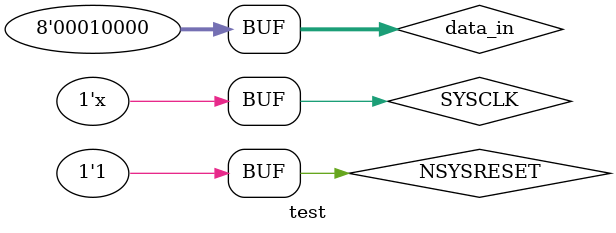
<source format=v>

`timescale 1ns/100ps

module test;

parameter SYSCLK_PERIOD = 20;// 50MHZ

reg SYSCLK;
reg NSYSRESET;
reg [7:0]data_in;
wire [7:0]data;
wire SCL,SDA;

initial
begin
    SYSCLK = 1'b0;
    NSYSRESET = 1'b0;
end

//////////////////////////////////////////////////////////////////////
// Reset Pulse
//////////////////////////////////////////////////////////////////////
initial
begin
    #(SYSCLK_PERIOD * 10 )
        NSYSRESET = 1'b1;
end


//////////////////////////////////////////////////////////////////////
// Clock Driver
//////////////////////////////////////////////////////////////////////
always @(SYSCLK)
    #(SYSCLK_PERIOD / 2.0) SYSCLK <= !SYSCLK;

initial
begin
        data_in <= 8'h12;
    #(SYSCLK_PERIOD * 3000 )
        data_in <= 8'hd0;
    #(SYSCLK_PERIOD * 3000 )
        data_in <= 8'h12;
    #(SYSCLK_PERIOD * 3000 )
        data_in <= 8'h34;
    #(SYSCLK_PERIOD * 3000 )
        data_in <= 8'h56;
    #(SYSCLK_PERIOD * 3000 )
        data_in <= 8'h78;
    #(SYSCLK_PERIOD * 3000 )
        data_in <= 8'h90;
    #(SYSCLK_PERIOD * 3000 )
        data_in <= 8'hAB;
    #(SYSCLK_PERIOD * 3000 )
        data_in <= 8'hA3;
    #(SYSCLK_PERIOD * 3000 )
        data_in <= 8'h10;
end
//////////////////////////////////////////////////////////////////////
// Instantiate Unit Under Test:  top_0
//////////////////////////////////////////////////////////////////////
top_0 top_0_0 (
    // Inputs
    .PCLK(SYSCLK),
    .PRESETN(NSYSRESET),
    .data_in(data_in),

    // Outputs
    .data(data),

    // Inouts
    .SCL(SCL),
    .SDA(SDA)

);

endmodule


</source>
